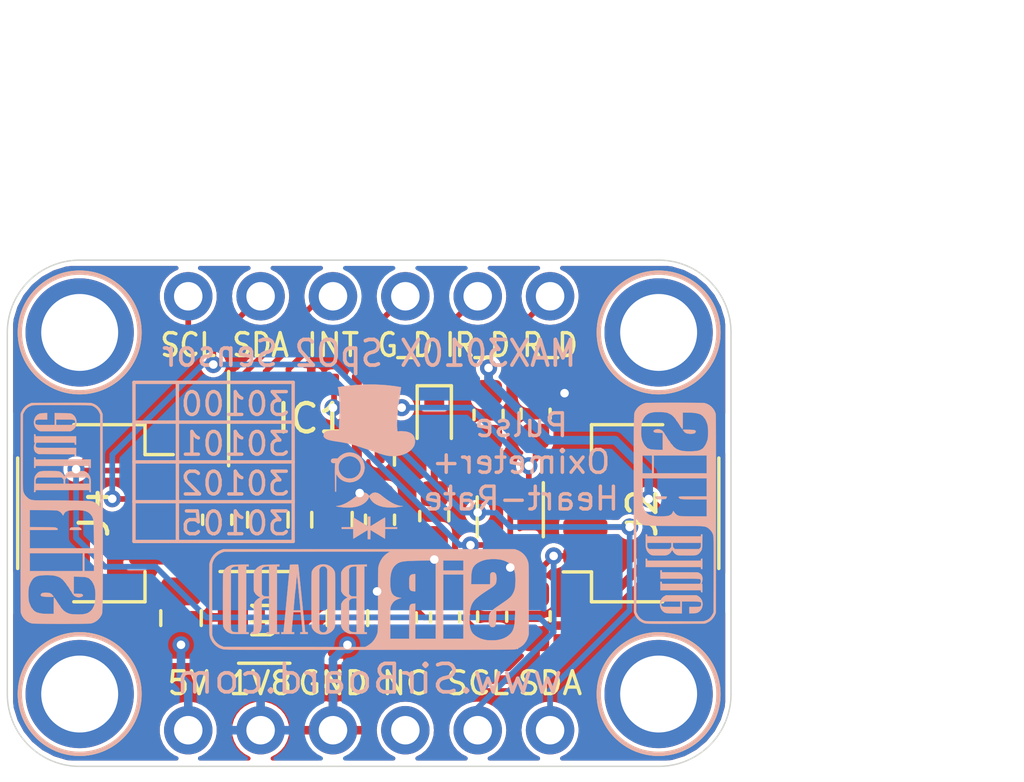
<source format=kicad_pcb>
(kicad_pcb (version 20171130) (host pcbnew "(5.1.2)-2")
  (title_block (title "MAX3010X Breakout with 5V Level Shift") (date 2020-01-21) (rev 2) (company SirBoard) (comment 1 www.SirBoard.com) (comment 2 "Heart Rate + SpO2 + Smoke/Steam Particle Detector (MAX30105)") (comment 3 "MAX30100, MAX30101, MAX30102, MAX30105"))
  (layers (0 F.Cu signal) (31 B.Cu signal) (34 B.Paste user hide) (35 F.Paste user hide) (36 B.SilkS user) (37 F.SilkS user) (38 B.Mask user hide) (39 F.Mask user hide) (44 Edge.Cuts user))
  (net 0 "")
  (net 1 GND)
  (net 2 5V)
  (net 3 SCL_5V)
  (net 4 SDA_5V)
  (net 5 NC)
  (net 6 1V8)
  (net 7 INT_5V)
  (net 8 "Net-(D1-Pad2)")
  (net 9 "Net-(IC1-Pad14)")
  (net 10 "Net-(IC1-Pad8)")
  (net 11 G_DRV)
  (net 12 IR_DRV)
  (net 13 R_DRV)
  (net 14 SDA_1V8)
  (net 15 SCL_1V8)
  (net 16 "Net-(IC1-Pad1)")
  (net 17 ADJ)
  (module logo:SirBoard112x35 (layer B.Cu) (at 65.278 38.989 180)
    (fp_text reference G*** hide)
    (fp_text value LOGO hide)
  )
  (module logo:logo54x76 (layer B.Cu) (at 65.278 34.163 180)
    (fp_text reference G*** hide)
    (fp_text value LOGO hide)
  )
  (module OptoDevice:Maxim_OLGA-14_3.3x5.6mm_P0.8mm (layer F.Cu) (at 63.246 32.639 270)
    (fp_text reference IC1 (at 0 0) (layer F.SilkS))
    (fp_text value MAX3010X)
    (pad 14 smd roundrect (at 1.2 -2.4 270) (size 0.75 0.35) (layers F.Cu F.Paste F.Mask) (net 9 "Net-(IC1-Pad14)"))
    (pad 13 smd roundrect (at 1.2 -1.6 270) (size 0.75 0.35) (layers F.Cu F.Paste F.Mask) (net 8 "Net-(D1-Pad2)"))
    (pad 12 smd roundrect (at 1.2 -0.8 270) (size 0.75 0.35) (layers F.Cu F.Paste F.Mask) (net 1 GND))
    (pad 11 smd roundrect (at 1.2 0 270) (size 0.75 0.35) (layers F.Cu F.Paste F.Mask) (net 6 1V8))
    (pad 10 smd roundrect (at 1.2 0.8 270) (size 0.75 0.35) (layers F.Cu F.Paste F.Mask) (net 2 5V))
    (pad 9 smd roundrect (at 1.2 1.6 270) (size 0.75 0.35) (layers F.Cu F.Paste F.Mask) (net 2 5V))
    (pad 8 smd roundrect (at 1.2 2.4 270) (size 0.75 0.35) (layers F.Cu F.Paste F.Mask) (net 10 "Net-(IC1-Pad8)"))
    (pad 7 smd roundrect (at -1.2 2.4 270) (size 0.75 0.35) (layers F.Cu F.Paste F.Mask) (net 11 G_DRV))
    (pad 6 smd roundrect (at -1.2 1.6 270) (size 0.75 0.35) (layers F.Cu F.Paste F.Mask) (net 12 IR_DRV))
    (pad 5 smd roundrect (at -1.2 0.8 270) (size 0.75 0.35) (layers F.Cu F.Paste F.Mask) (net 13 R_DRV))
    (pad 4 smd roundrect (at -1.2 0 270) (size 0.75 0.35) (layers F.Cu F.Paste F.Mask) (net 1 GND))
    (pad 3 smd roundrect (at -1.2 -0.8 270) (size 0.75 0.35) (layers F.Cu F.Paste F.Mask) (net 14 SDA_1V8))
    (pad 2 smd roundrect (at -1.2 -1.6 270) (size 0.75 0.35) (layers F.Cu F.Paste F.Mask) (net 15 SCL_1V8))
    (pad 1 smd roundrect (at -1.2 -2.4 270) (size 0.75 0.35) (layers F.Cu F.Paste F.Mask) (net 16 "Net-(IC1-Pad1)"))
  )
  (module Capacitor_SMD:C_0805_2012Metric (layer F.Cu) (at 63.973 36.195 270)
    (fp_text reference C4 hide)
    (fp_text value 10uF)
    (pad 2 smd roundrect (at 0.9375 0 270) (size 0.975 1.4) (layers F.Cu F.Paste F.Mask) (net 1 GND))
    (pad 1 smd roundrect (at -0.9375 0 270) (size 0.975 1.4) (layers F.Cu F.Paste F.Mask) (net 6 1V8))
  )
  (module Capacitor_SMD:C_0805_2012Metric (layer F.Cu) (at 61.722 36.195 270)
    (fp_text reference C1 hide)
    (fp_text value 10uF)
    (pad 2 smd roundrect (at 0.9375 0 270) (size 0.975 1.4) (layers F.Cu F.Paste F.Mask) (net 1 GND))
    (pad 1 smd roundrect (at -0.9375 0 270) (size 0.975 1.4) (layers F.Cu F.Paste F.Mask) (net 2 5V))
  )
  (module Package_TO_SOT_SMD:SOT-23-5 (layer F.Cu) (at 61.595 39.624)
    (fp_text reference U1 (at 0 0 90) (layer F.SilkS) (effects (font (size 0.8 0.8) (thickness 0.12))))
    (fp_text value AP7365)
    (pad 5 smd rect (at 1.1 -0.95) (size 1.06 0.65) (layers F.Cu F.Paste F.Mask) (net 6 1V8))
    (pad 4 smd rect (at 1.1 0.95) (size 1.06 0.65) (layers F.Cu F.Paste F.Mask) (net 17 ADJ))
    (pad 3 smd rect (at -1.1 0.95) (size 1.06 0.65) (layers F.Cu F.Paste F.Mask) (net 2 5V))
    (pad 2 smd rect (at -1.1 0) (size 1.06 0.65) (layers F.Cu F.Paste F.Mask) (net 1 GND))
    (pad 1 smd rect (at -1.1 -0.95) (size 1.06 0.65) (layers F.Cu F.Paste F.Mask) (net 2 5V))
  )
  (module Resistor_SMD:R_0603_1608Metric (layer F.Cu) (at 67.945 39.624 90)
    (fp_text reference R3 hide)
    (fp_text value 12K4)
    (pad 2 smd roundrect (at 0.7875 0 90) (size 0.875 0.95) (layers F.Cu F.Paste F.Mask) (net 1 GND))
    (pad 1 smd roundrect (at -0.7875 0 90) (size 0.875 0.95) (layers F.Cu F.Paste F.Mask) (net 17 ADJ))
  )
  (module Resistor_SMD:R_0603_1608Metric (layer F.Cu) (at 66.421 39.624 270)
    (fp_text reference R2 hide)
    (fp_text value 16K)
    (pad 2 smd roundrect (at 0.7875 0 270) (size 0.875 0.95) (layers F.Cu F.Paste F.Mask) (net 17 ADJ))
    (pad 1 smd roundrect (at -0.7875 0 270) (size 0.875 0.95) (layers F.Cu F.Paste F.Mask) (net 6 1V8))
  )
  (module Resistor_SMD:R_0603_1608Metric (layer F.Cu) (at 69.469 32.512 270)
    (fp_text reference R1 hide)
    (fp_text value 4K7)
    (pad 2 smd roundrect (at 0.7875 0 270) (size 0.875 0.95) (layers F.Cu F.Paste F.Mask) (net 4 SDA_5V))
    (pad 1 smd roundrect (at -0.7875 0 270) (size 0.875 0.95) (layers F.Cu F.Paste F.Mask) (net 2 5V))
  )
  (module Diode_SMD:D_SOD-523 (layer F.Cu) (at 67.564 32.639 270)
    (fp_text reference D1 hide)
    (fp_text value 1N4148WT-7)
    (pad 1 smd rect (at -0.7 0 90) (size 0.6 0.7) (layers F.Cu F.Paste F.Mask) (net 7 INT_5V))
    (pad 2 smd rect (at 0.7 0 90) (size 0.6 0.7) (layers F.Cu F.Paste F.Mask) (net 8 "Net-(D1-Pad2)"))
  )
  (module Capacitor_SMD:C_0805_2012Metric (layer F.Cu) (at 58.674 39.6494 90)
    (fp_text reference C6 hide)
    (fp_text value 10uF)
    (pad 2 smd roundrect (at 0.9375 0 90) (size 0.975 1.4) (layers F.Cu F.Paste F.Mask) (net 1 GND))
    (pad 1 smd roundrect (at -0.9375 0 90) (size 0.975 1.4) (layers F.Cu F.Paste F.Mask) (net 2 5V))
  )
  (module Capacitor_SMD:C_0805_2012Metric (layer F.Cu) (at 64.516 39.6494 270)
    (fp_text reference C5 hide)
    (fp_text value 4.7uF)
    (pad 2 smd roundrect (at 0.9375 0 270) (size 0.975 1.4) (layers F.Cu F.Paste F.Mask) (net 1 GND))
    (pad 1 smd roundrect (at -0.9375 0 270) (size 0.975 1.4) (layers F.Cu F.Paste F.Mask) (net 6 1V8))
  )
  (module Connector_PinHeader_2.54mm:PinHeader_1x06_P2.54mm_Vertical (layer B.Cu) (at 58.928 28.3464 270)
    (fp_text reference J3 hide)
    (fp_text value Conn_01x06)
    (pad 6 thru_hole oval (at 0 -12.7 270) (size 1.7 1.7) (drill 1) (layers *.Cu *.Mask) (net 7 INT_5V))
    (pad 5 thru_hole oval (at 0 -10.16 270) (size 1.7 1.7) (drill 1) (layers *.Cu *.Mask) (net 13 R_DRV))
    (pad 4 thru_hole oval (at 0 -7.62 270) (size 1.7 1.7) (drill 1) (layers *.Cu *.Mask) (net 12 IR_DRV))
    (pad 3 thru_hole oval (at 0 -5.08 270) (size 1.7 1.7) (drill 1) (layers *.Cu *.Mask) (net 11 G_DRV))
    (pad 2 thru_hole oval (at 0 -2.54 270) (size 1.7 1.7) (drill 1) (layers *.Cu *.Mask) (net 4 SDA_5V))
    (pad 1 thru_hole circle (at 0 0 270) (size 1.7 1.7) (drill 1) (layers *.Cu *.Mask) (net 3 SCL_5V))
  )
  (module Capacitor_SMD:C_0603_1608Metric (layer F.Cu) (at 59.944 36.195 270)
    (fp_text reference C3 hide)
    (fp_text value 100nF)
    (pad 2 smd roundrect (at 0.7875 0 270) (size 0.875 0.95) (layers F.Cu F.Paste F.Mask) (net 1 GND))
    (pad 1 smd roundrect (at -0.7875 0 270) (size 0.875 0.95) (layers F.Cu F.Paste F.Mask) (net 2 5V))
  )
  (module Capacitor_SMD:C_0603_1608Metric (layer F.Cu) (at 65.659 36.195 270)
    (fp_text reference C2 hide)
    (fp_text value 100nF)
    (pad 2 smd roundrect (at 0.7875 0 270) (size 0.875 0.95) (layers F.Cu F.Paste F.Mask) (net 1 GND))
    (pad 1 smd roundrect (at -0.7875 0 270) (size 0.875 0.95) (layers F.Cu F.Paste F.Mask) (net 6 1V8))
  )
  (module logo:SirBlue78x29 (layer B.Cu) (at 76.0095 35.9664 270)
    (fp_text reference G*** hide)
    (fp_text value LOGO hide)
  )
  (module logo:SirBlue78x29 (layer B.Cu) (at 54.483 35.9664 90)
    (fp_text reference G*** hide)
    (fp_text value LOGO hide)
  )
  (module Connector_PinHeader_2.54mm:PinHeader_1x06_P2.54mm_Vertical (layer B.Cu) (at 58.928 43.5864 270)
    (fp_text reference J1 hide)
    (fp_text value Conn_01x06)
    (pad 6 thru_hole oval (at 0 -12.7 270) (size 1.7 1.7) (drill 1) (layers *.Cu *.Mask) (net 4 SDA_5V))
    (pad 5 thru_hole oval (at 0 -10.16 270) (size 1.7 1.7) (drill 1) (layers *.Cu *.Mask) (net 3 SCL_5V))
    (pad 4 thru_hole oval (at 0 -7.62 270) (size 1.7 1.7) (drill 1) (layers *.Cu *.Mask) (net 5 NC))
    (pad 3 thru_hole oval (at 0 -5.08 270) (size 1.7 1.7) (drill 1) (layers *.Cu *.Mask) (net 1 GND))
    (pad 2 thru_hole oval (at 0 -2.54 270) (size 1.7 1.7) (drill 1) (layers *.Cu *.Mask) (net 6 1V8))
    (pad 1 thru_hole circle (at 0 0 270) (size 1.7 1.7) (drill 1) (layers *.Cu *.Mask) (net 2 5V))
  )
  (module Connector_JST:JST_SH_SM04B-SRSS-TB_1x04-1MP_P1.00mm_Horizontal (layer F.Cu) (at 55.626 35.9664 270)
    (fp_text reference J4 (at 0 0 270) (layer F.SilkS))
    (fp_text value Conn_01x04)
    (pad MP smd roundrect (at 2.8 1.875 270) (size 1.2 1.8) (layers F.Cu F.Paste F.Mask) (roundrect_rratio 0.208333))
    (pad MP smd roundrect (at -2.8 1.875 270) (size 1.2 1.8) (layers F.Cu F.Paste F.Mask) (roundrect_rratio 0.208333))
    (pad 4 smd roundrect (at 1.5 -2 270) (size 0.6 1.55) (layers F.Cu F.Paste F.Mask) (net 1 GND))
    (pad 3 smd roundrect (at 0.5 -2 270) (size 0.6 1.55) (layers F.Cu F.Paste F.Mask) (net 2 5V))
    (pad 2 smd roundrect (at -0.5 -2 270) (size 0.6 1.55) (layers F.Cu F.Paste F.Mask) (net 4 SDA_5V))
    (pad 1 smd roundrect (at -1.5 -2 270) (size 0.6 1.55) (layers F.Cu F.Paste F.Mask) (net 3 SCL_5V))
  )
  (module Connector_JST:JST_SH_SM04B-SRSS-TB_1x04-1MP_P1.00mm_Horizontal (layer F.Cu) (at 74.8665 35.9664 90)
    (fp_text reference J2 (at 0 0 90) (layer F.SilkS))
    (fp_text value Conn_01x04)
    (pad MP smd roundrect (at 2.8 1.875 90) (size 1.2 1.8) (layers F.Cu F.Paste F.Mask) (roundrect_rratio 0.208333))
    (pad MP smd roundrect (at -2.8 1.875 90) (size 1.2 1.8) (layers F.Cu F.Paste F.Mask) (roundrect_rratio 0.208333))
    (pad 4 smd roundrect (at 1.5 -2 90) (size 0.6 1.55) (layers F.Cu F.Paste F.Mask) (net 1 GND))
    (pad 3 smd roundrect (at 0.5 -2 90) (size 0.6 1.55) (layers F.Cu F.Paste F.Mask) (net 2 5V))
    (pad 2 smd roundrect (at -0.5 -2 90) (size 0.6 1.55) (layers F.Cu F.Paste F.Mask) (net 4 SDA_5V))
    (pad 1 smd roundrect (at -1.5 -2 90) (size 0.6 1.55) (layers F.Cu F.Paste F.Mask) (net 3 SCL_5V))
  )
  (module SirBoardLibrary:MountingHole_M2.5_SirBoard (layer F.Cu) (at 55.118 42.3164 270)
    (fp_text reference H1 hide)
    (fp_text value MountingHole)
    (pad 1 thru_hole circle (at 0 0 270) (size 3.8 3.8) (drill 2.7) (layers *.Cu *.Mask))
  )
  (module SirBoardLibrary:MountingHole_M2.5_SirBoard (layer F.Cu) (at 55.118 29.6164 270)
    (fp_text reference H2 hide)
    (fp_text value MountingHole)
    (pad 1 thru_hole circle (at 0 0 270) (size 3.8 3.8) (drill 2.7) (layers *.Cu *.Mask))
  )
  (module SirBoardLibrary:MountingHole_M2.5_SirBoard (layer F.Cu) (at 75.438 42.3164 90)
    (fp_text reference H3 hide)
    (fp_text value MountingHole)
    (pad 1 thru_hole circle (at 0 0 90) (size 3.8 3.8) (drill 2.7) (layers *.Cu *.Mask))
  )
  (module SirBoardLibrary:MountingHole_M2.5_SirBoard (layer F.Cu) (at 75.438 29.6164 90)
    (fp_text reference H4 hide)
    (fp_text value MountingHole)
    (pad 1 thru_hole circle (at 0 0 90) (size 3.8 3.8) (drill 2.7) (layers *.Cu *.Mask))
  )
  (module Resistor_SMD:R_0603_1608Metric (layer F.Cu) (at 67.564 36.068 90)
    (fp_text reference R8 hide)
    (fp_text value 4K7)
    (pad 2 smd roundrect (at 0.7875 0 90) (size 0.875 0.95) (layers F.Cu F.Paste F.Mask) (net 8 "Net-(D1-Pad2)"))
    (pad 1 smd roundrect (at -0.7875 0 90) (size 0.875 0.95) (layers F.Cu F.Paste F.Mask) (net 6 1V8))
  )
  (module Resistor_SMD:R_0603_1608Metric (layer F.Cu) (at 69.596 39.5986 270)
    (fp_text reference R7 hide)
    (fp_text value 4K7)
    (pad 2 smd roundrect (at 0.7875 0 270) (size 0.875 0.95) (layers F.Cu F.Paste F.Mask) (net 6 1V8))
    (pad 1 smd roundrect (at -0.7875 0 270) (size 0.875 0.95) (layers F.Cu F.Paste F.Mask) (net 14 SDA_1V8))
  )
  (module Resistor_SMD:R_0603_1608Metric (layer F.Cu) (at 71.12 39.5859 90)
    (fp_text reference R6 hide)
    (fp_text value 4K7)
    (pad 2 smd roundrect (at 0.7875 0 90) (size 0.875 0.95) (layers F.Cu F.Paste F.Mask) (net 3 SCL_5V))
    (pad 1 smd roundrect (at -0.7875 0 90) (size 0.875 0.95) (layers F.Cu F.Paste F.Mask) (net 2 5V))
  )
  (module Resistor_SMD:R_0603_1608Metric (layer F.Cu) (at 71.12 32.4739 90)
    (fp_text reference R5 hide)
    (fp_text value 4K7)
    (pad 2 smd roundrect (at 0.7875 0 90) (size 0.875 0.95) (layers F.Cu F.Paste F.Mask) (net 6 1V8))
    (pad 1 smd roundrect (at -0.7875 0 90) (size 0.875 0.95) (layers F.Cu F.Paste F.Mask) (net 15 SCL_1V8))
  )
  (module Package_TO_SOT_SMD:SOT-363_SC-70-6 (layer F.Cu) (at 70.231 36.0934 270)
    (fp_text reference Q1 hide)
    (fp_text value BSS138DW)
    (pad 6 smd rect (at 0.95 -0.65 270) (size 0.65 0.4) (layers F.Cu F.Paste F.Mask) (net 3 SCL_5V))
    (pad 4 smd rect (at 0.95 0.65 270) (size 0.65 0.4) (layers F.Cu F.Paste F.Mask) (net 14 SDA_1V8))
    (pad 2 smd rect (at -0.95 0 270) (size 0.65 0.4) (layers F.Cu F.Paste F.Mask) (net 6 1V8))
    (pad 5 smd rect (at 0.95 0 270) (size 0.65 0.4) (layers F.Cu F.Paste F.Mask) (net 6 1V8))
    (pad 3 smd rect (at -0.95 0.65 270) (size 0.65 0.4) (layers F.Cu F.Paste F.Mask) (net 4 SDA_5V))
    (pad 1 smd rect (at -0.95 -0.65 270) (size 0.65 0.4) (layers F.Cu F.Paste F.Mask) (net 15 SCL_1V8))
  )
  (gr_text 30105 (at 60.579 36.322) (layer B.SilkS) (effects (font (size 0.8 0.8) (thickness 0.12)) (justify mirror)))
  (gr_line (start 62.611 36.957) (end 57.023 36.957) (layer B.SilkS) (width 0.12))
  (gr_line (start 62.611 35.56) (end 57.023 35.56) (layer B.SilkS) (width 0.12))
  (gr_line (start 62.611 34.163) (end 57.023 34.163) (layer B.SilkS) (width 0.12))
  (gr_line (start 62.611 32.766) (end 57.023 32.766) (layer B.SilkS) (width 0.12))
  (gr_line (start 57.023 31.369) (end 57.023 36.957) (layer B.SilkS) (width 0.12))
  (gr_line (start 62.611 36.957) (end 62.611 31.369) (layer B.SilkS) (width 0.12))
  (gr_line (start 58.547 31.369) (end 58.547 36.957) (layer B.SilkS) (width 0.12))
  (gr_line (start 62.611 31.369) (end 57.023 31.369) (layer B.SilkS) (width 0.12))
  (gr_text 30102 (at 60.579 34.925) (layer B.SilkS) (effects (font (size 0.8 0.8) (thickness 0.12)) (justify mirror)))
  (gr_text 30101 (at 60.579 33.528) (layer B.SilkS) (effects (font (size 0.8 0.8) (thickness 0.12)) (justify mirror)))
  (gr_text 30100 (at 60.579 32.131) (layer B.SilkS) (effects (font (size 0.8 0.8) (thickness 0.12)) (justify mirror)))
  (gr_text IR_D (at 69.088 30.0609) (layer F.SilkS) (effects (font (size 0.8 0.7) (thickness 0.12))))
  (gr_text "Pulse\nOximeter+\nHeart-Rate" (at 70.612 34.163) (layer B.SilkS) (effects (font (size 0.8 0.8) (thickness 0.12)) (justify mirror)))
  (gr_text R_D (at 71.628 30.0609) (layer F.SilkS) (effects (font (size 0.8 0.7) (thickness 0.12))))
  (gr_text SCL (at 58.928 30.0609) (layer F.SilkS) (effects (font (size 0.8 0.7) (thickness 0.12))))
  (gr_text SDA (at 61.468 30.0609) (layer F.SilkS) (effects (font (size 0.8 0.7) (thickness 0.12))))
  (gr_text INT (at 64.008 30.0609) (layer F.SilkS) (effects (font (size 0.8 0.8) (thickness 0.12))))
  (gr_text G_D (at 66.548 30.0609) (layer F.SilkS) (effects (font (size 0.8 0.7) (thickness 0.12))))
  (gr_text 5V (at 58.928 41.9354) (layer F.SilkS) (effects (font (size 0.8 0.8) (thickness 0.12))))
  (gr_text 1V8 (at 61.468 41.9354) (layer F.SilkS) (effects (font (size 0.8 0.8) (thickness 0.12))))
  (gr_text GND (at 64.008 41.9354) (layer F.SilkS) (effects (font (size 0.8 0.8) (thickness 0.12))))
  (gr_text NC (at 66.548 41.9354) (layer F.SilkS) (effects (font (size 0.8 0.8) (thickness 0.12))))
  (gr_text SCL (at 69.088 41.9354) (layer F.SilkS) (effects (font (size 0.8 0.8) (thickness 0.12))))
  (gr_text SDA (at 71.628 41.9354) (layer F.SilkS) (effects (font (size 0.8 0.8) (thickness 0.12))))
  (gr_arc (start 55.118 29.6164) (end 55.118 27.0764) (angle -90) (layer Edge.Cuts) (width 0.05))
  (gr_arc (start 75.438 29.6164) (end 77.978 29.6164) (angle -90) (layer Edge.Cuts) (width 0.05))
  (gr_arc (start 75.438 42.3164) (end 75.438 44.8564) (angle -90) (layer Edge.Cuts) (width 0.05))
  (gr_arc (start 55.118 42.3164) (end 52.578 42.3164) (angle -90) (layer Edge.Cuts) (width 0.05))
  (gr_line (start 52.578 42.3164) (end 52.578 29.6164) (layer Edge.Cuts) (width 0.05))
  (gr_line (start 55.118 27.0764) (end 75.438 27.0764) (layer Edge.Cuts) (width 0.05))
  (gr_line (start 77.978 29.6164) (end 77.978 42.3164) (layer Edge.Cuts) (width 0.05))
  (gr_line (start 75.438 44.8564) (end 55.118 44.8564) (layer Edge.Cuts) (width 0.05))
  (gr_text "MAX3010X SpO2 Sensor" (at 65.278 30.353) (layer B.SilkS) (effects (font (size 0.9 0.8) (thickness 0.13)) (justify mirror)))
  (gr_text www.SirBoard.com (at 65.278 41.783) (layer B.SilkS) (effects (font (size 1 1) (thickness 0.13)) (justify mirror)))
  (via (at 64.516 40.5892) (size 0.6) (drill 0.3) (layers F.Cu B.Cu) (net 1))
  (segment (start 64.008 41.0972) (end 64.516 40.5892) (width 0.3) (layer B.Cu) (net 1))
  (segment (start 64.008 43.5864) (end 64.008 41.0972) (width 0.3) (layer B.Cu) (net 1))
  (segment (start 58.674 40.5869) (end 58.674 41.7449) (width 0.3) (layer B.Cu) (net 2))
  (segment (start 58.928 41.9989) (end 58.928 43.5864) (width 0.3) (layer B.Cu) (net 2))
  (segment (start 58.674 41.7449) (end 58.928 41.9989) (width 0.3) (layer B.Cu) (net 2))
  (segment (start 58.6865 40.5994) (end 58.674 40.5869) (width 0.3) (layer F.Cu) (net 2))
  (segment (start 60.495 40.5994) (end 58.6865 40.5994) (width 0.3) (layer F.Cu) (net 2))
  (segment (start 57.5541 40.5869) (end 58.674 40.5869) (width 0.3) (layer F.Cu) (net 2))
  (segment (start 55.7784 38.8112) (end 57.5541 40.5869) (width 0.3) (layer F.Cu) (net 2))
  (segment (start 55.7784 37.0586) (end 55.7784 38.8112) (width 0.3) (layer F.Cu) (net 2))
  (segment (start 57.626 36.4664) (end 56.3706 36.4664) (width 0.3) (layer F.Cu) (net 2))
  (segment (start 56.3706 36.4664) (end 55.7784 37.0586) (width 0.3) (layer F.Cu) (net 2))
  (segment (start 61.468 40.3479) (end 61.2165 40.5994) (width 0.3) (layer F.Cu) (net 2))
  (segment (start 61.2165 40.5994) (end 60.495 40.5994) (width 0.3) (layer F.Cu) (net 2))
  (segment (start 61.468 38.9509) (end 61.468 40.3479) (width 0.3) (layer F.Cu) (net 2))
  (segment (start 60.495 38.6994) (end 61.2165 38.6994) (width 0.3) (layer F.Cu) (net 2))
  (segment (start 61.2165 38.6994) (end 61.468 38.9509) (width 0.3) (layer F.Cu) (net 2))
  (segment (start 61.646 33.839) (end 62.046 33.839) (width 0.3) (layer F.Cu) (net 2))
  (segment (start 62.046 33.839) (end 62.446 33.839) (width 0.3) (layer F.Cu) (net 2))
  (segment (start 62.046 34.9335) (end 61.722 35.2575) (width 0.6) (layer F.Cu) (net 2))
  (segment (start 62.046 33.839) (end 62.046 34.9335) (width 0.6) (layer F.Cu) (net 2))
  (segment (start 61.646 33.655) (end 62.046 33.655) (width 0.3) (layer F.Cu) (net 2))
  (segment (start 61.703 34.036) (end 62.103 34.036) (width 0.3) (layer F.Cu) (net 2))
  (segment (start 62.046 33.655) (end 62.446 33.655) (width 0.3) (layer F.Cu) (net 2))
  (segment (start 62.046 34.036) (end 62.446 34.036) (width 0.3) (layer F.Cu) (net 2))
  (segment (start 60.094 35.2575) (end 59.944 35.4075) (width 0.4) (layer F.Cu) (net 2))
  (segment (start 61.722 35.2575) (end 60.094 35.2575) (width 0.4) (layer F.Cu) (net 2))
  (segment (start 59.5885 35.4075) (end 59.944 35.4075) (width 0.4) (layer F.Cu) (net 2))
  (segment (start 57.626 36.4664) (end 58.5296 36.4664) (width 0.4) (layer F.Cu) (net 2))
  (segment (start 58.5296 36.4664) (end 59.5885 35.4075) (width 0.4) (layer F.Cu) (net 2))
  (segment (start 71.12 41.021) (end 71.12 40.3734) (width 0.3) (layer F.Cu) (net 2))
  (segment (start 70.3326 41.8084) (end 71.12 41.021) (width 0.3) (layer F.Cu) (net 2))
  (segment (start 60.96 41.8084) (end 70.3326 41.8084) (width 0.3) (layer F.Cu) (net 2))
  (segment (start 60.495 40.5994) (end 60.495 41.3434) (width 0.3) (layer F.Cu) (net 2))
  (segment (start 60.495 41.3434) (end 60.96 41.8084) (width 0.3) (layer F.Cu) (net 2))
  (segment (start 71.581612 39.911788) (end 72.737212 39.911788) (width 0.3) (layer F.Cu) (net 2))
  (segment (start 71.12 40.3734) (end 71.581612 39.911788) (width 0.3) (layer F.Cu) (net 2))
  (segment (start 72.737212 39.911788) (end 75.438 37.211) (width 0.3) (layer F.Cu) (net 2))
  (segment (start 75.438 37.211) (end 75.438 35.814) (width 0.3) (layer F.Cu) (net 2))
  (segment (start 75.0904 35.4664) (end 72.8665 35.4664) (width 0.3) (layer F.Cu) (net 2))
  (segment (start 75.438 35.814) (end 75.0904 35.4664) (width 0.3) (layer F.Cu) (net 2))
  (via (at 69.469 30.861) (size 0.6) (drill 0.3) (layers F.Cu B.Cu) (net 2))
  (segment (start 69.469 31.7245) (end 69.469 30.861) (width 0.3) (layer F.Cu) (net 2))
  (segment (start 69.469 31.285264) (end 71.584736 33.401) (width 0.3) (layer B.Cu) (net 2))
  (segment (start 69.469 30.861) (end 69.469 31.285264) (width 0.3) (layer B.Cu) (net 2))
  (segment (start 71.584736 33.401) (end 73.914 33.401) (width 0.3) (layer B.Cu) (net 2))
  (via (at 75.0904 35.4664) (size 0.6) (drill 0.3) (layers F.Cu B.Cu) (net 2))
  (segment (start 73.914 33.401) (end 75.0904 34.5774) (width 0.3) (layer B.Cu) (net 2))
  (segment (start 75.0904 34.5774) (end 75.0904 35.4664) (width 0.3) (layer B.Cu) (net 2))
  (segment (start 58.674 40.5869) (end 58.674 40.5869) (width 0.3) (layer F.Cu) (net 2))
  (via (at 58.674 40.5869) (size 0.6) (drill 0.3) (layers F.Cu B.Cu) (net 2))
  (segment (start 70.231 37.0434) (end 70.231 35.1434) (width 0.2) (layer F.Cu) (net 6))
  (via (at 70.231 37.8714) (size 0.6) (drill 0.3) (layers F.Cu B.Cu) (net 6))
  (segment (start 70.231 37.0434) (end 70.231 37.8714) (width 0.2) (layer F.Cu) (net 6))
  (segment (start 70.881 37.0434) (end 70.881 37.8229) (width 0.2) (layer F.Cu) (net 3))
  (segment (start 71.12 38.0619) (end 71.12 38.7984) (width 0.2) (layer F.Cu) (net 3))
  (segment (start 70.881 37.8229) (end 71.12 38.0619) (width 0.2) (layer F.Cu) (net 3))
  (segment (start 71.12 38.0619) (end 71.119994 38.061906) (width 0.2) (layer F.Cu) (net 3))
  (segment (start 71.7536 37.4664) (end 72.8665 37.4664) (width 0.2) (layer F.Cu) (net 3))
  (segment (start 71.12 38.0619) (end 71.1581 38.0619) (width 0.2) (layer F.Cu) (net 3))
  (segment (start 71.1581 38.0619) (end 71.7536 37.4664) (width 0.2) (layer F.Cu) (net 3))
  (via (at 71.7536 37.4664) (size 0.6) (drill 0.3) (layers F.Cu B.Cu) (net 3))
  (segment (start 71.7536 40.1334) (end 71.7536 37.4664) (width 0.2) (layer B.Cu) (net 3))
  (segment (start 69.088 43.5864) (end 69.088 42.799) (width 0.2) (layer B.Cu) (net 3))
  (segment (start 69.088 42.799) (end 71.7536 40.1334) (width 0.2) (layer B.Cu) (net 3))
  (via (at 54.991 34.417) (size 0.6) (drill 0.3) (layers F.Cu B.Cu) (net 3))
  (segment (start 58.928 30.48) (end 55.290999 34.117001) (width 0.2) (layer F.Cu) (net 3))
  (segment (start 57.626 34.4664) (end 55.0404 34.4664) (width 0.2) (layer F.Cu) (net 3))
  (segment (start 55.0404 34.4664) (end 54.991 34.417) (width 0.2) (layer F.Cu) (net 3))
  (segment (start 58.928 28.3464) (end 58.928 30.48) (width 0.2) (layer F.Cu) (net 3))
  (segment (start 55.290999 34.117001) (end 54.991 34.417) (width 0.2) (layer F.Cu) (net 3))
  (segment (start 54.991 34.841264) (end 54.991 34.417) (width 0.2) (layer B.Cu) (net 3))
  (segment (start 71.2442 39.624) (end 59.563 39.624) (width 0.2) (layer B.Cu) (net 3))
  (segment (start 71.7536 40.1334) (end 71.2442 39.624) (width 0.2) (layer B.Cu) (net 3))
  (segment (start 57.785 37.846) (end 56.007 37.846) (width 0.2) (layer B.Cu) (net 3))
  (segment (start 59.563 39.624) (end 57.785 37.846) (width 0.2) (layer B.Cu) (net 3))
  (segment (start 56.007 37.846) (end 54.991 36.83) (width 0.2) (layer B.Cu) (net 3))
  (segment (start 54.991 36.83) (end 54.991 34.841264) (width 0.2) (layer B.Cu) (net 3))
  (segment (start 69.581 38.7961) (end 69.596 38.8111) (width 0.2) (layer F.Cu) (net 14))
  (segment (start 69.581 37.0434) (end 69.581 38.7961) (width 0.2) (layer F.Cu) (net 14))
  (segment (start 69.469 33.2741) (end 69.469 34.1884) (width 0.2) (layer F.Cu) (net 4))
  (segment (start 69.581 34.3004) (end 69.581 35.1434) (width 0.2) (layer F.Cu) (net 4))
  (segment (start 69.469 34.1884) (end 69.581 34.3004) (width 0.2) (layer F.Cu) (net 4))
  (segment (start 69.469 34.1884) (end 69.469 34.1884) (width 0.2) (layer F.Cu) (net 4))
  (segment (start 57.626 35.4664) (end 56.269 35.4664) (width 0.2) (layer F.Cu) (net 4))
  (segment (start 56.269 35.4664) (end 56.261 35.4584) (width 0.2) (layer F.Cu) (net 4))
  (via (at 56.261 35.4584) (size 0.6) (drill 0.3) (layers F.Cu B.Cu) (net 4))
  (segment (start 61.468 28.3464) (end 61.468 28.829) (width 0.2) (layer B.Cu) (net 4))
  (segment (start 71.628 42.170187) (end 74.422 39.376187) (width 0.2) (layer B.Cu) (net 4))
  (segment (start 71.628 43.5864) (end 71.628 42.170187) (width 0.2) (layer B.Cu) (net 4))
  (via (at 74.422 36.449) (size 0.6) (drill 0.3) (layers F.Cu B.Cu) (net 4))
  (segment (start 74.422 39.376187) (end 74.422 36.449) (width 0.2) (layer B.Cu) (net 4))
  (segment (start 72.8839 36.449) (end 72.8665 36.4664) (width 0.2) (layer F.Cu) (net 4))
  (segment (start 74.422 36.449) (end 72.8839 36.449) (width 0.2) (layer F.Cu) (net 4))
  (via (at 69.088 35.941) (size 0.6) (drill 0.3) (layers F.Cu B.Cu) (net 4))
  (segment (start 69.088 35.6364) (end 69.581 35.1434) (width 0.2) (layer F.Cu) (net 4))
  (segment (start 69.088 36.068) (end 69.088 35.6364) (width 0.2) (layer F.Cu) (net 4))
  (segment (start 69.088 35.941) (end 68.58 35.941) (width 0.2) (layer B.Cu) (net 4))
  (segment (start 64.016932 30.742932) (end 61.849 30.742932) (width 0.2) (layer B.Cu) (net 4))
  (segment (start 68.58 35.941) (end 65.278 32.639) (width 0.2) (layer B.Cu) (net 4))
  (segment (start 65.278 32.639) (end 65.278 32.004) (width 0.2) (layer B.Cu) (net 4))
  (segment (start 65.278 32.004) (end 64.016932 30.742932) (width 0.2) (layer B.Cu) (net 4))
  (segment (start 69.723 35.941) (end 69.088 35.941) (width 0.2) (layer B.Cu) (net 4))
  (segment (start 74.422 36.449) (end 70.231 36.449) (width 0.2) (layer B.Cu) (net 4))
  (segment (start 70.231 36.449) (end 69.723 35.941) (width 0.2) (layer B.Cu) (net 4))
  (segment (start 56.261 33.909) (end 56.261 35.4584) (width 0.2) (layer B.Cu) (net 4))
  (segment (start 61.849 30.742932) (end 59.808068 30.742932) (width 0.2) (layer B.Cu) (net 4))
  (segment (start 59.427068 30.742932) (end 56.261 33.909) (width 0.2) (layer B.Cu) (net 4))
  (segment (start 59.808068 30.742932) (end 59.427068 30.742932) (width 0.2) (layer B.Cu) (net 4))
  (via (at 59.808068 30.742932) (size 0.6) (drill 0.3) (layers F.Cu B.Cu) (net 4))
  (segment (start 59.808068 30.006332) (end 61.468 28.3464) (width 0.2) (layer F.Cu) (net 4))
  (segment (start 59.808068 30.742932) (end 59.808068 30.006332) (width 0.2) (layer F.Cu) (net 4))
  (segment (start 63.561 38.6994) (end 64.5035 38.6994) (width 0.3) (layer F.Cu) (net 6))
  (segment (start 64.5035 38.6994) (end 64.516 38.7119) (width 0.3) (layer F.Cu) (net 6))
  (segment (start 62.695 38.6994) (end 63.561 38.6994) (width 0.3) (layer F.Cu) (net 6))
  (segment (start 63.246 34.5305) (end 63.973 35.2575) (width 0.25) (layer F.Cu) (net 6))
  (segment (start 63.246 33.839) (end 63.246 34.5305) (width 0.25) (layer F.Cu) (net 6))
  (segment (start 65.509 35.2575) (end 65.659 35.4075) (width 0.25) (layer F.Cu) (net 6))
  (segment (start 63.973 35.2575) (end 64.9455 35.2575) (width 0.25) (layer F.Cu) (net 6))
  (segment (start 66.2964 38.7119) (end 66.421 38.8365) (width 0.25) (layer F.Cu) (net 6))
  (segment (start 64.516 38.7119) (end 65.5551 38.7119) (width 0.25) (layer F.Cu) (net 6))
  (segment (start 64.9455 35.2575) (end 65.509 35.2575) (width 0.25) (layer F.Cu) (net 6))
  (via (at 64.9455 35.2575) (size 0.6) (drill 0.3) (layers F.Cu B.Cu) (net 6))
  (segment (start 65.5551 38.7119) (end 66.2964 38.7119) (width 0.25) (layer F.Cu) (net 6))
  (via (at 65.5551 38.7119) (size 0.6) (drill 0.3) (layers F.Cu B.Cu) (net 6))
  (via (at 67.564 37.592) (size 0.6) (drill 0.3) (layers F.Cu B.Cu) (net 6))
  (segment (start 67.564 36.8555) (end 67.564 37.592) (width 0.25) (layer F.Cu) (net 6))
  (via (at 72.136 31.75) (size 0.6) (drill 0.3) (layers F.Cu B.Cu) (net 6))
  (segment (start 71.12 31.6864) (end 72.0724 31.6864) (width 0.2) (layer F.Cu) (net 6))
  (segment (start 72.0724 31.6864) (end 72.136 31.75) (width 0.2) (layer F.Cu) (net 6))
  (segment (start 69.34205 40.3861) (end 69.596 40.3861) (width 0.2) (layer F.Cu) (net 6))
  (segment (start 68.57995 39.624) (end 69.34205 40.3861) (width 0.2) (layer F.Cu) (net 6))
  (segment (start 66.421 38.8365) (end 67.2085 39.624) (width 0.2) (layer F.Cu) (net 6))
  (segment (start 67.2085 39.624) (end 68.57995 39.624) (width 0.2) (layer F.Cu) (net 6))
  (segment (start 70.1294 29.845) (end 71.628 28.3464) (width 0.2) (layer F.Cu) (net 7))
  (segment (start 68.6816 29.845) (end 70.1294 29.845) (width 0.2) (layer F.Cu) (net 7))
  (segment (start 67.564 31.939) (end 67.564 30.9626) (width 0.2) (layer F.Cu) (net 7))
  (segment (start 67.564 30.9626) (end 68.6816 29.845) (width 0.2) (layer F.Cu) (net 7))
  (segment (start 67.564 35.2805) (end 67.564 33.339) (width 0.25) (layer F.Cu) (net 8))
  (segment (start 66.486 33.339) (end 67.564 33.339) (width 0.25) (layer F.Cu) (net 8))
  (segment (start 66.04 32.893) (end 66.486 33.339) (width 0.25) (layer F.Cu) (net 8))
  (segment (start 65.278 32.893) (end 66.04 32.893) (width 0.25) (layer F.Cu) (net 8))
  (segment (start 64.846 33.839) (end 64.846 33.325) (width 0.25) (layer F.Cu) (net 8))
  (segment (start 64.846 33.325) (end 65.278 32.893) (width 0.25) (layer F.Cu) (net 8))
  (segment (start 63.6143 28.3464) (end 64.008 28.3464) (width 0.2) (layer F.Cu) (net 11))
  (segment (start 60.846 31.439) (end 60.846 31.1147) (width 0.2) (layer F.Cu) (net 11))
  (segment (start 60.846 31.1147) (end 63.6143 28.3464) (width 0.2) (layer F.Cu) (net 11))
  (segment (start 65.698001 29.196399) (end 66.548 28.3464) (width 0.2) (layer F.Cu) (net 12))
  (segment (start 65.1764 29.718) (end 65.698001 29.196399) (width 0.2) (layer F.Cu) (net 12))
  (segment (start 62.915607 29.718) (end 65.1764 29.718) (width 0.2) (layer F.Cu) (net 12))
  (segment (start 61.646 31.439) (end 61.646 30.987607) (width 0.2) (layer F.Cu) (net 12))
  (segment (start 61.646 30.987607) (end 62.915607 29.718) (width 0.2) (layer F.Cu) (net 12))
  (segment (start 67.3354 30.099) (end 69.088 28.3464) (width 0.2) (layer F.Cu) (net 13))
  (segment (start 63.252107 30.099) (end 67.3354 30.099) (width 0.2) (layer F.Cu) (net 13))
  (segment (start 62.446 31.439) (end 62.446 30.905107) (width 0.2) (layer F.Cu) (net 13))
  (segment (start 62.446 30.905107) (end 63.252107 30.099) (width 0.2) (layer F.Cu) (net 13))
  (via (at 64.008 32.258) (size 0.6) (drill 0.3) (layers F.Cu B.Cu) (net 14))
  (segment (start 64.046 31.439) (end 64.046 32.22) (width 0.2) (layer F.Cu) (net 14))
  (segment (start 64.046 32.22) (end 64.008 32.258) (width 0.2) (layer F.Cu) (net 14))
  (via (at 68.834 37.084) (size 0.6) (drill 0.3) (layers F.Cu B.Cu) (net 14))
  (segment (start 69.5404 37.084) (end 69.581 37.0434) (width 0.2) (layer F.Cu) (net 14))
  (segment (start 68.834 37.084) (end 69.5404 37.084) (width 0.2) (layer F.Cu) (net 14))
  (segment (start 68.453 37.084) (end 68.834 37.084) (width 0.2) (layer B.Cu) (net 14))
  (segment (start 64.008 32.258) (end 64.008 32.639) (width 0.2) (layer B.Cu) (net 14))
  (segment (start 64.008 32.639) (end 68.453 37.084) (width 0.2) (layer B.Cu) (net 14))
  (segment (start 71.12 33.2614) (end 71.12 34.0614) (width 0.2) (layer F.Cu) (net 15))
  (segment (start 70.881 34.3004) (end 70.881 35.1434) (width 0.2) (layer F.Cu) (net 15))
  (segment (start 71.12 34.0614) (end 70.881 34.3004) (width 0.2) (layer F.Cu) (net 15))
  (via (at 70.881 34.3004) (size 0.6) (drill 0.3) (layers F.Cu B.Cu) (net 15))
  (segment (start 70.881 34.3004) (end 68.8386 32.258) (width 0.2) (layer B.Cu) (net 15))
  (segment (start 68.8386 32.258) (end 66.845264 32.258) (width 0.2) (layer B.Cu) (net 15))
  (segment (start 65.19 32.258) (end 65.996736 32.258) (width 0.2) (layer F.Cu) (net 15))
  (segment (start 65.996736 32.258) (end 66.421 32.258) (width 0.2) (layer F.Cu) (net 15))
  (segment (start 64.846 31.914) (end 65.19 32.258) (width 0.2) (layer F.Cu) (net 15))
  (segment (start 64.846 31.439) (end 64.846 31.914) (width 0.2) (layer F.Cu) (net 15))
  (segment (start 66.845264 32.258) (end 66.421 32.258) (width 0.2) (layer B.Cu) (net 15))
  (via (at 66.421 32.258) (size 0.6) (drill 0.3) (layers F.Cu B.Cu) (net 15))
  (segment (start 66.421 40.4115) (end 67.945 40.4115) (width 0.2) (layer F.Cu) (net 17))
  (segment (start 65.6335 39.624) (end 66.421 40.4115) (width 0.2) (layer F.Cu) (net 17))
  (segment (start 63.754 39.624) (end 65.6335 39.624) (width 0.2) (layer F.Cu) (net 17))
  (segment (start 62.695 40.574) (end 62.804 40.574) (width 0.2) (layer F.Cu) (net 17))
  (segment (start 62.804 40.574) (end 63.754 39.624) (width 0.2) (layer F.Cu) (net 17))
  (zone (net 6) (net_name 1V8) (layer B.Cu) (connect_pads (clearance 0.15)) (min_thickness 0.15) (fill yes (arc_segments 32) (thermal_gap 0.2) (thermal_bridge_width 0.3))
    (polygon (pts (xy 52.7812 27.2796) (xy 77.7748 27.2796) (xy 77.7748 44.6532) (xy 52.7812 44.6532)))
  )
  (zone (net 1) (net_name GND) (layer F.Cu) (connect_pads (clearance 0.15)) (min_thickness 0.15) (fill yes (arc_segments 32) (thermal_gap 0.2) (thermal_bridge_width 0.3))
    (polygon (pts (xy 52.7812 27.2796) (xy 77.7748 27.2796) (xy 77.7748 44.6532) (xy 52.7812 44.6532)))
  )
)
</source>
